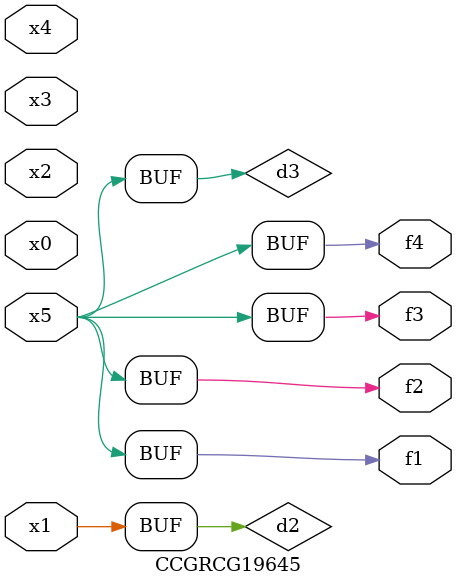
<source format=v>
module CCGRCG19645(
	input x0, x1, x2, x3, x4, x5,
	output f1, f2, f3, f4
);

	wire d1, d2, d3;

	not (d1, x5);
	or (d2, x1);
	xnor (d3, d1);
	assign f1 = d3;
	assign f2 = d3;
	assign f3 = d3;
	assign f4 = d3;
endmodule

</source>
